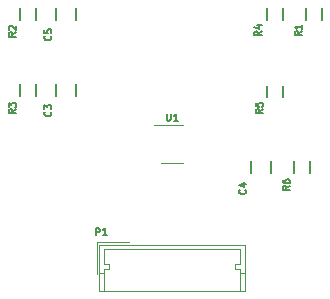
<source format=gto>
%TF.GenerationSoftware,KiCad,Pcbnew,4.0.7*%
%TF.CreationDate,2018-01-11T21:15:34+11:00*%
%TF.ProjectId,BT_STACK,42545F535441434B2E6B696361645F70,rev?*%
%TF.FileFunction,Legend,Top*%
%FSLAX46Y46*%
G04 Gerber Fmt 4.6, Leading zero omitted, Abs format (unit mm)*
G04 Created by KiCad (PCBNEW 4.0.7) date 01/11/18 21:15:34*
%MOMM*%
%LPD*%
G01*
G04 APERTURE LIST*
%ADD10C,0.100000*%
%ADD11C,0.150000*%
%ADD12C,0.120000*%
G04 APERTURE END LIST*
D10*
D11*
X194375000Y-73500000D02*
X194375000Y-74500000D01*
X193025000Y-74500000D02*
X193025000Y-73500000D01*
D12*
X184100000Y-86610000D02*
X185900000Y-86610000D01*
X185900000Y-83390000D02*
X183450000Y-83390000D01*
D11*
X176850000Y-81000000D02*
X176850000Y-80000000D01*
X175150000Y-80000000D02*
X175150000Y-81000000D01*
X193350000Y-87500000D02*
X193350000Y-86500000D01*
X191650000Y-86500000D02*
X191650000Y-87500000D01*
X176850000Y-74500000D02*
X176850000Y-73500000D01*
X175150000Y-73500000D02*
X175150000Y-74500000D01*
X196325000Y-74500000D02*
X196325000Y-73500000D01*
X197675000Y-73500000D02*
X197675000Y-74500000D01*
X172125000Y-74500000D02*
X172125000Y-73500000D01*
X173475000Y-73500000D02*
X173475000Y-74500000D01*
X173475000Y-80000000D02*
X173475000Y-81000000D01*
X172125000Y-81000000D02*
X172125000Y-80000000D01*
X194375000Y-80100000D02*
X194375000Y-81100000D01*
X193025000Y-81100000D02*
X193025000Y-80100000D01*
X196675000Y-86500000D02*
X196675000Y-87500000D01*
X195325000Y-87500000D02*
X195325000Y-86500000D01*
D12*
X178850000Y-93550000D02*
X178850000Y-97500000D01*
X178850000Y-97500000D02*
X191150000Y-97500000D01*
X191150000Y-97500000D02*
X191150000Y-93550000D01*
X191150000Y-93550000D02*
X178850000Y-93550000D01*
X181350000Y-93300000D02*
X178600000Y-93300000D01*
X178600000Y-93300000D02*
X178600000Y-96050000D01*
X178850000Y-96000000D02*
X179250000Y-96000000D01*
X191150000Y-96000000D02*
X190750000Y-96000000D01*
X185000000Y-93950000D02*
X179250000Y-93950000D01*
X179250000Y-93950000D02*
X179250000Y-95200000D01*
X179250000Y-95200000D02*
X179650000Y-95200000D01*
X179650000Y-95200000D02*
X179650000Y-95600000D01*
X179650000Y-95600000D02*
X179250000Y-95600000D01*
X179250000Y-95600000D02*
X179250000Y-97500000D01*
X185000000Y-93950000D02*
X190750000Y-93950000D01*
X190750000Y-93950000D02*
X190750000Y-95200000D01*
X190750000Y-95200000D02*
X190350000Y-95200000D01*
X190350000Y-95200000D02*
X190350000Y-95600000D01*
X190350000Y-95600000D02*
X190750000Y-95600000D01*
X190750000Y-95600000D02*
X190750000Y-97500000D01*
D11*
X192571429Y-75500000D02*
X192285714Y-75700000D01*
X192571429Y-75842857D02*
X191971429Y-75842857D01*
X191971429Y-75614285D01*
X192000000Y-75557143D01*
X192028571Y-75528571D01*
X192085714Y-75500000D01*
X192171429Y-75500000D01*
X192228571Y-75528571D01*
X192257143Y-75557143D01*
X192285714Y-75614285D01*
X192285714Y-75842857D01*
X192171429Y-74985714D02*
X192571429Y-74985714D01*
X191942857Y-75128571D02*
X192371429Y-75271428D01*
X192371429Y-74900000D01*
X184542857Y-82471429D02*
X184542857Y-82957143D01*
X184571429Y-83014286D01*
X184600000Y-83042857D01*
X184657143Y-83071429D01*
X184771429Y-83071429D01*
X184828571Y-83042857D01*
X184857143Y-83014286D01*
X184885714Y-82957143D01*
X184885714Y-82471429D01*
X185485714Y-83071429D02*
X185142857Y-83071429D01*
X185314285Y-83071429D02*
X185314285Y-82471429D01*
X185257142Y-82557143D01*
X185200000Y-82614286D01*
X185142857Y-82642857D01*
X174714286Y-82300000D02*
X174742857Y-82328571D01*
X174771429Y-82414285D01*
X174771429Y-82471428D01*
X174742857Y-82557143D01*
X174685714Y-82614285D01*
X174628571Y-82642857D01*
X174514286Y-82671428D01*
X174428571Y-82671428D01*
X174314286Y-82642857D01*
X174257143Y-82614285D01*
X174200000Y-82557143D01*
X174171429Y-82471428D01*
X174171429Y-82414285D01*
X174200000Y-82328571D01*
X174228571Y-82300000D01*
X174171429Y-82100000D02*
X174171429Y-81728571D01*
X174400000Y-81928571D01*
X174400000Y-81842857D01*
X174428571Y-81785714D01*
X174457143Y-81757143D01*
X174514286Y-81728571D01*
X174657143Y-81728571D01*
X174714286Y-81757143D01*
X174742857Y-81785714D01*
X174771429Y-81842857D01*
X174771429Y-82014285D01*
X174742857Y-82071428D01*
X174714286Y-82100000D01*
X191214286Y-88900000D02*
X191242857Y-88928571D01*
X191271429Y-89014285D01*
X191271429Y-89071428D01*
X191242857Y-89157143D01*
X191185714Y-89214285D01*
X191128571Y-89242857D01*
X191014286Y-89271428D01*
X190928571Y-89271428D01*
X190814286Y-89242857D01*
X190757143Y-89214285D01*
X190700000Y-89157143D01*
X190671429Y-89071428D01*
X190671429Y-89014285D01*
X190700000Y-88928571D01*
X190728571Y-88900000D01*
X190871429Y-88385714D02*
X191271429Y-88385714D01*
X190642857Y-88528571D02*
X191071429Y-88671428D01*
X191071429Y-88300000D01*
X174714286Y-75900000D02*
X174742857Y-75928571D01*
X174771429Y-76014285D01*
X174771429Y-76071428D01*
X174742857Y-76157143D01*
X174685714Y-76214285D01*
X174628571Y-76242857D01*
X174514286Y-76271428D01*
X174428571Y-76271428D01*
X174314286Y-76242857D01*
X174257143Y-76214285D01*
X174200000Y-76157143D01*
X174171429Y-76071428D01*
X174171429Y-76014285D01*
X174200000Y-75928571D01*
X174228571Y-75900000D01*
X174171429Y-75357143D02*
X174171429Y-75642857D01*
X174457143Y-75671428D01*
X174428571Y-75642857D01*
X174400000Y-75585714D01*
X174400000Y-75442857D01*
X174428571Y-75385714D01*
X174457143Y-75357143D01*
X174514286Y-75328571D01*
X174657143Y-75328571D01*
X174714286Y-75357143D01*
X174742857Y-75385714D01*
X174771429Y-75442857D01*
X174771429Y-75585714D01*
X174742857Y-75642857D01*
X174714286Y-75671428D01*
X195971429Y-75500000D02*
X195685714Y-75700000D01*
X195971429Y-75842857D02*
X195371429Y-75842857D01*
X195371429Y-75614285D01*
X195400000Y-75557143D01*
X195428571Y-75528571D01*
X195485714Y-75500000D01*
X195571429Y-75500000D01*
X195628571Y-75528571D01*
X195657143Y-75557143D01*
X195685714Y-75614285D01*
X195685714Y-75842857D01*
X195971429Y-74928571D02*
X195971429Y-75271428D01*
X195971429Y-75100000D02*
X195371429Y-75100000D01*
X195457143Y-75157143D01*
X195514286Y-75214285D01*
X195542857Y-75271428D01*
X171771429Y-75600000D02*
X171485714Y-75800000D01*
X171771429Y-75942857D02*
X171171429Y-75942857D01*
X171171429Y-75714285D01*
X171200000Y-75657143D01*
X171228571Y-75628571D01*
X171285714Y-75600000D01*
X171371429Y-75600000D01*
X171428571Y-75628571D01*
X171457143Y-75657143D01*
X171485714Y-75714285D01*
X171485714Y-75942857D01*
X171228571Y-75371428D02*
X171200000Y-75342857D01*
X171171429Y-75285714D01*
X171171429Y-75142857D01*
X171200000Y-75085714D01*
X171228571Y-75057143D01*
X171285714Y-75028571D01*
X171342857Y-75028571D01*
X171428571Y-75057143D01*
X171771429Y-75400000D01*
X171771429Y-75028571D01*
X171771429Y-82100000D02*
X171485714Y-82300000D01*
X171771429Y-82442857D02*
X171171429Y-82442857D01*
X171171429Y-82214285D01*
X171200000Y-82157143D01*
X171228571Y-82128571D01*
X171285714Y-82100000D01*
X171371429Y-82100000D01*
X171428571Y-82128571D01*
X171457143Y-82157143D01*
X171485714Y-82214285D01*
X171485714Y-82442857D01*
X171171429Y-81900000D02*
X171171429Y-81528571D01*
X171400000Y-81728571D01*
X171400000Y-81642857D01*
X171428571Y-81585714D01*
X171457143Y-81557143D01*
X171514286Y-81528571D01*
X171657143Y-81528571D01*
X171714286Y-81557143D01*
X171742857Y-81585714D01*
X171771429Y-81642857D01*
X171771429Y-81814285D01*
X171742857Y-81871428D01*
X171714286Y-81900000D01*
X192671429Y-82100000D02*
X192385714Y-82300000D01*
X192671429Y-82442857D02*
X192071429Y-82442857D01*
X192071429Y-82214285D01*
X192100000Y-82157143D01*
X192128571Y-82128571D01*
X192185714Y-82100000D01*
X192271429Y-82100000D01*
X192328571Y-82128571D01*
X192357143Y-82157143D01*
X192385714Y-82214285D01*
X192385714Y-82442857D01*
X192071429Y-81557143D02*
X192071429Y-81842857D01*
X192357143Y-81871428D01*
X192328571Y-81842857D01*
X192300000Y-81785714D01*
X192300000Y-81642857D01*
X192328571Y-81585714D01*
X192357143Y-81557143D01*
X192414286Y-81528571D01*
X192557143Y-81528571D01*
X192614286Y-81557143D01*
X192642857Y-81585714D01*
X192671429Y-81642857D01*
X192671429Y-81785714D01*
X192642857Y-81842857D01*
X192614286Y-81871428D01*
X194971429Y-88600000D02*
X194685714Y-88800000D01*
X194971429Y-88942857D02*
X194371429Y-88942857D01*
X194371429Y-88714285D01*
X194400000Y-88657143D01*
X194428571Y-88628571D01*
X194485714Y-88600000D01*
X194571429Y-88600000D01*
X194628571Y-88628571D01*
X194657143Y-88657143D01*
X194685714Y-88714285D01*
X194685714Y-88942857D01*
X194371429Y-88085714D02*
X194371429Y-88200000D01*
X194400000Y-88257143D01*
X194428571Y-88285714D01*
X194514286Y-88342857D01*
X194628571Y-88371428D01*
X194857143Y-88371428D01*
X194914286Y-88342857D01*
X194942857Y-88314285D01*
X194971429Y-88257143D01*
X194971429Y-88142857D01*
X194942857Y-88085714D01*
X194914286Y-88057143D01*
X194857143Y-88028571D01*
X194714286Y-88028571D01*
X194657143Y-88057143D01*
X194628571Y-88085714D01*
X194600000Y-88142857D01*
X194600000Y-88257143D01*
X194628571Y-88314285D01*
X194657143Y-88342857D01*
X194714286Y-88371428D01*
X178557143Y-92771429D02*
X178557143Y-92171429D01*
X178785715Y-92171429D01*
X178842857Y-92200000D01*
X178871429Y-92228571D01*
X178900000Y-92285714D01*
X178900000Y-92371429D01*
X178871429Y-92428571D01*
X178842857Y-92457143D01*
X178785715Y-92485714D01*
X178557143Y-92485714D01*
X179471429Y-92771429D02*
X179128572Y-92771429D01*
X179300000Y-92771429D02*
X179300000Y-92171429D01*
X179242857Y-92257143D01*
X179185715Y-92314286D01*
X179128572Y-92342857D01*
M02*

</source>
